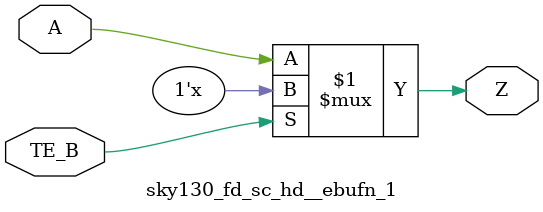
<source format=v>
/*
 * Copyright 2020 The SkyWater PDK Authors
 *
 * Licensed under the Apache License, Version 2.0 (the "License");
 * you may not use this file except in compliance with the License.
 * You may obtain a copy of the License at
 *
 *     https://www.apache.org/licenses/LICENSE-2.0
 *
 * Unless required by applicable law or agreed to in writing, software
 * distributed under the License is distributed on an "AS IS" BASIS,
 * WITHOUT WARRANTIES OR CONDITIONS OF ANY KIND, either express or implied.
 * See the License for the specific language governing permissions and
 * limitations under the License.
 *
 * SPDX-License-Identifier: Apache-2.0
*/


`ifndef SKY130_FD_SC_HD__EBUFN_1_FUNCTIONAL_V
`define SKY130_FD_SC_HD__EBUFN_1_FUNCTIONAL_V

/**
 * ebufn: Tri-state buffer, negative enable.
 *
 * Verilog simulation functional model.
 */

`timescale 1ns / 1ps
`default_nettype none

`celldefine
module sky130_fd_sc_hd__ebufn_1 (
    Z   ,
    A   ,
    TE_B
);

    // Module ports
    output Z   ;
    input  A   ;
    input  TE_B;

    //     Name     Output  Other arguments
    bufif0 bufif00 (Z     , A, TE_B        );

endmodule
`endcelldefine

`default_nettype wire
`endif  // SKY130_FD_SC_HD__EBUFN_1_FUNCTIONAL_V

</source>
